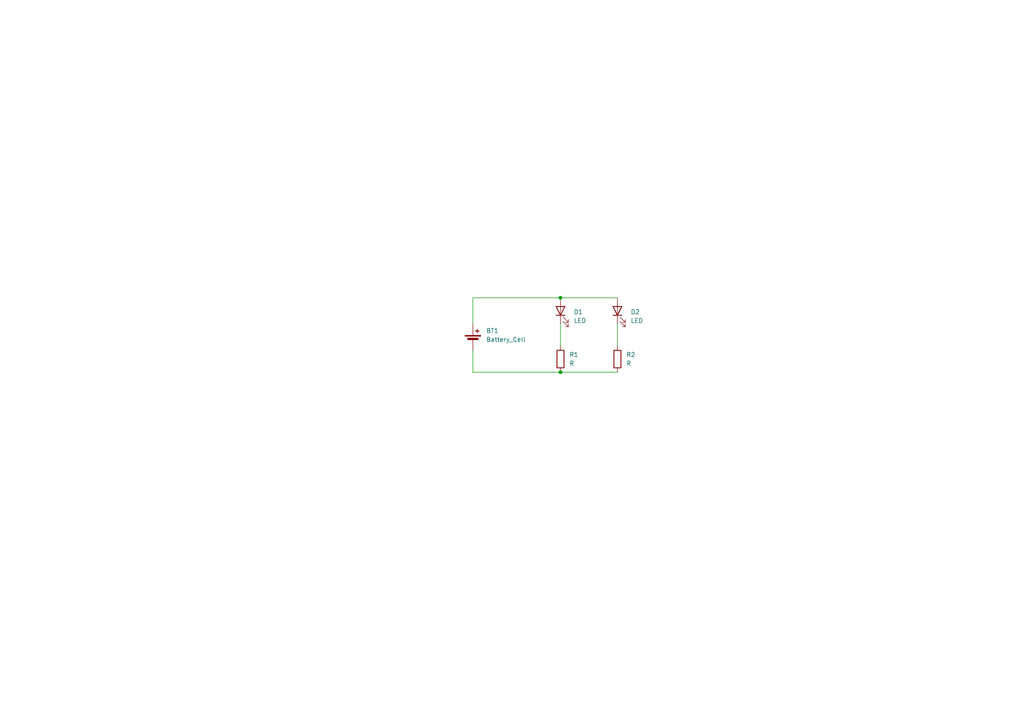
<source format=kicad_sch>
(kicad_sch (version 20250114) (generator "eeschema") (generator_version "9.0")
  (paper "A4")
  (lib_symbols
    (symbol "Device:Battery_Cell" (pin_numbers (hide yes)) (pin_names (offset 0) (hide yes))
      (property "Reference" "BT" (at 2.54 2.54 0))
      (property "Value" "Battery_Cell" (at 2.54 0 0))
      (symbol "Battery_Cell_0_1"
        (rectangle (start -2.286 1.778) (end 2.286 1.524) (fill (type outline)))
        (rectangle (start -1.524 1.016) (end 1.524 0.508) (fill (type outline)))
        (polyline (pts (xy 0 1.778) (xy 0 2.54)))
        (polyline (pts (xy 0 0.762) (xy 0 0)))
        (polyline (pts (xy 0.762 3.048) (xy 1.778 3.048)) (stroke (width 0.254)))
        (polyline (pts (xy 1.27 3.556) (xy 1.27 2.54)) (stroke (width 0.254)))
      )
      (symbol "Battery_Cell_1_1"
        (pin passive line (at 0 5.08 270) (length 2.54) (name "+") (number "1"))
        (pin passive line (at 0 -2.54 90) (length 2.54) (name "-") (number "2"))
      )
    )
    (symbol "Device:LED" (pin_numbers (hide yes)) (pin_names (offset 1.016) (hide yes))
      (property "Reference" "D" (at 0 2.54 0))
      (property "Value" "LED" (at 0 -2.54 0))
      (symbol "LED_0_1"
        (polyline (pts (xy -3.048 -0.762) (xy -4.572 -2.286) (xy -3.81 -2.286) (xy -4.572 -2.286) (xy -4.572 -1.524)))
        (polyline (pts (xy -1.778 -0.762) (xy -3.302 -2.286) (xy -2.54 -2.286) (xy -3.302 -2.286) (xy -3.302 -1.524)))
        (polyline (pts (xy -1.27 0) (xy 1.27 0)))
        (polyline (pts (xy -1.27 -1.27) (xy -1.27 1.27)) (stroke (width 0.254)))
        (polyline (pts (xy 1.27 -1.27) (xy 1.27 1.27) (xy -1.27 0) (xy 1.27 -1.27)) (stroke (width 0.254)))
      )
      (symbol "LED_1_1"
        (pin passive line (at -3.81 0 0) (length 2.54) (name "K") (number "1"))
        (pin passive line (at 3.81 0 180) (length 2.54) (name "A") (number "2"))
      )
    )
    (symbol "Device:R" (pin_numbers (hide yes)) (pin_names (offset 0))
      (property "Reference" "R" (at 2.032 0 90))
      (property "Value" "R" (at 0 0 90))
      (symbol "R_0_1"
        (rectangle (start -1.016 -2.54) (end 1.016 2.54) (stroke (width 0.254)))
      )
      (symbol "R_1_1"
        (pin passive line (at 0 3.81 270) (length 1.27) (name "~") (number "1"))
        (pin passive line (at 0 -3.81 90) (length 1.27) (name "~") (number "2"))
      )
    )
  )
  (junction (at 162.56 86.36))
  (junction (at 162.56 107.95))
  (wire (pts (xy 179.07 93.98) (xy 179.07 100.33)))
  (wire (pts (xy 162.56 93.98) (xy 162.56 100.33)))
  (wire (pts (xy 137.16 86.36) (xy 162.56 86.36)))
  (wire (pts (xy 137.16 86.36) (xy 137.16 93.98)))
  (wire (pts (xy 162.56 107.95) (xy 179.07 107.95)))
  (wire (pts (xy 137.16 107.95) (xy 162.56 107.95)))
  (wire (pts (xy 137.16 101.6) (xy 137.16 107.95)))
  (wire (pts (xy 162.56 86.36) (xy 179.07 86.36)))
  (symbol (lib_id "Device:LED") (at 162.56 90.17 90) (unit 1)
    (property "Reference" "D1" (at 166.37 90.4874 90) (effects (justify right)))
    (property "Value" "LED" (at 166.37 93.0274 90) (effects (justify right)))
    (property "Footprint" "LED_THT:LED_D5.0mm" (effects (hide yes)))
    (property "Description" "Light emitting diode" (effects (hide yes)))
    (property "Sim.Pins" "1=K 2=A" (effects (hide yes)))
  )
  (symbol (lib_id "Device:Battery_Cell") (at 137.16 99.06 0) (unit 1)
    (property "Reference" "BT1" (at 140.97 95.9484 0) (effects (justify left)))
    (property "Value" "Battery_Cell" (at 140.97 98.4884 0) (effects (justify left)))
    (property "Footprint" "Battery:BatteryHolder_Keystone_3034_1x20mm" (effects (hide yes)))
    (property "Description" "Single-cell battery" (effects (hide yes)))
  )
  (symbol (lib_id "Device:R") (at 162.56 104.14 0) (unit 1)
    (property "Reference" "R1" (at 165.1 102.8699 0) (effects (justify left)))
    (property "Value" "R" (at 165.1 105.4099 0) (effects (justify left)))
    (property "Footprint" "Resistor_THT:R_Axial_DIN0207_L6.3mm_D2.5mm_P7.62mm_Horizontal" (effects (hide yes)))
    (property "Description" "Resistor" (effects (hide yes)))
  )
  (symbol (lib_id "Device:R") (at 179.07 104.14 0) (unit 1)
    (property "Reference" "R2" (at 181.61 102.8699 0) (effects (justify left)))
    (property "Value" "R" (at 181.61 105.4099 0) (effects (justify left)))
    (property "Footprint" "Resistor_THT:R_Axial_DIN0207_L6.3mm_D2.5mm_P7.62mm_Horizontal" (effects (hide yes)))
    (property "Description" "Resistor" (effects (hide yes)))
  )
  (symbol (lib_id "Device:LED") (at 179.07 90.17 90) (unit 1)
    (property "Reference" "D2" (at 182.88 90.4874 90) (effects (justify right)))
    (property "Value" "LED" (at 182.88 93.0274 90) (effects (justify right)))
    (property "Footprint" "LED_THT:LED_D5.0mm" (effects (hide yes)))
    (property "Description" "Light emitting diode" (effects (hide yes)))
    (property "Sim.Pins" "1=K 2=A" (effects (hide yes)))
  )
)
</source>
